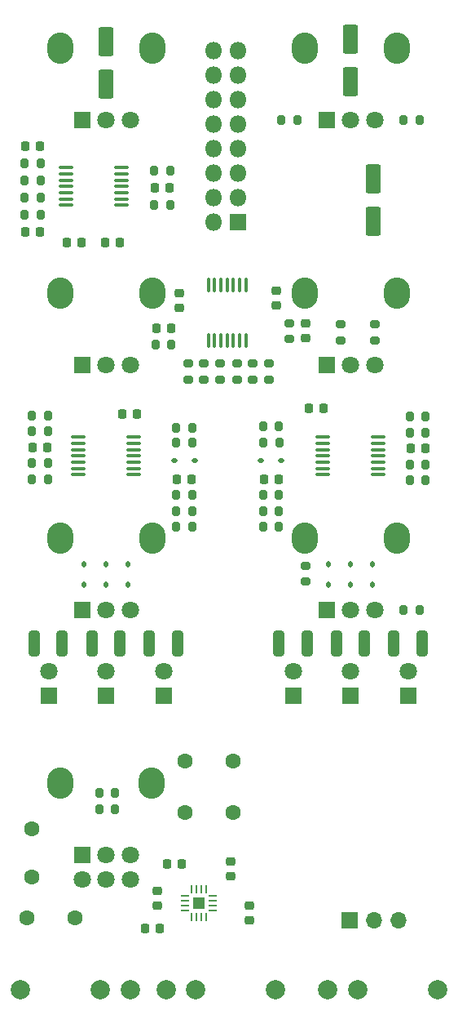
<source format=gbr>
%TF.GenerationSoftware,KiCad,Pcbnew,7.0.1*%
%TF.CreationDate,2024-09-15T16:09:11-04:00*%
%TF.ProjectId,output module,6f757470-7574-4206-9d6f-64756c652e6b,A*%
%TF.SameCoordinates,Original*%
%TF.FileFunction,Soldermask,Bot*%
%TF.FilePolarity,Negative*%
%FSLAX46Y46*%
G04 Gerber Fmt 4.6, Leading zero omitted, Abs format (unit mm)*
G04 Created by KiCad (PCBNEW 7.0.1) date 2024-09-15 16:09:11*
%MOMM*%
%LPD*%
G01*
G04 APERTURE LIST*
G04 Aperture macros list*
%AMRoundRect*
0 Rectangle with rounded corners*
0 $1 Rounding radius*
0 $2 $3 $4 $5 $6 $7 $8 $9 X,Y pos of 4 corners*
0 Add a 4 corners polygon primitive as box body*
4,1,4,$2,$3,$4,$5,$6,$7,$8,$9,$2,$3,0*
0 Add four circle primitives for the rounded corners*
1,1,$1+$1,$2,$3*
1,1,$1+$1,$4,$5*
1,1,$1+$1,$6,$7*
1,1,$1+$1,$8,$9*
0 Add four rect primitives between the rounded corners*
20,1,$1+$1,$2,$3,$4,$5,0*
20,1,$1+$1,$4,$5,$6,$7,0*
20,1,$1+$1,$6,$7,$8,$9,0*
20,1,$1+$1,$8,$9,$2,$3,0*%
G04 Aperture macros list end*
%ADD10RoundRect,0.062500X-0.350000X-0.062500X0.350000X-0.062500X0.350000X0.062500X-0.350000X0.062500X0*%
%ADD11RoundRect,0.062500X-0.062500X-0.350000X0.062500X-0.350000X0.062500X0.350000X-0.062500X0.350000X0*%
%ADD12R,1.230000X1.230000*%
%ADD13C,2.000000*%
%ADD14RoundRect,0.225000X-0.250000X0.225000X-0.250000X-0.225000X0.250000X-0.225000X0.250000X0.225000X0*%
%ADD15O,2.720000X3.240000*%
%ADD16R,1.800000X1.800000*%
%ADD17C,1.800000*%
%ADD18RoundRect,0.200000X0.200000X0.275000X-0.200000X0.275000X-0.200000X-0.275000X0.200000X-0.275000X0*%
%ADD19R,1.700000X1.700000*%
%ADD20O,1.700000X1.700000*%
%ADD21RoundRect,0.200000X-0.200000X-0.275000X0.200000X-0.275000X0.200000X0.275000X-0.200000X0.275000X0*%
%ADD22RoundRect,0.200000X0.275000X-0.200000X0.275000X0.200000X-0.275000X0.200000X-0.275000X-0.200000X0*%
%ADD23RoundRect,0.112500X0.112500X-0.187500X0.112500X0.187500X-0.112500X0.187500X-0.112500X-0.187500X0*%
%ADD24O,1.800000X1.800000*%
%ADD25RoundRect,0.100000X0.100000X-0.637500X0.100000X0.637500X-0.100000X0.637500X-0.100000X-0.637500X0*%
%ADD26RoundRect,0.250000X0.312500X1.075000X-0.312500X1.075000X-0.312500X-1.075000X0.312500X-1.075000X0*%
%ADD27RoundRect,0.200000X-0.275000X0.200000X-0.275000X-0.200000X0.275000X-0.200000X0.275000X0.200000X0*%
%ADD28RoundRect,0.225000X0.225000X0.250000X-0.225000X0.250000X-0.225000X-0.250000X0.225000X-0.250000X0*%
%ADD29RoundRect,0.250000X-0.550000X1.250000X-0.550000X-1.250000X0.550000X-1.250000X0.550000X1.250000X0*%
%ADD30RoundRect,0.225000X0.250000X-0.225000X0.250000X0.225000X-0.250000X0.225000X-0.250000X-0.225000X0*%
%ADD31C,1.600000*%
%ADD32RoundRect,0.225000X-0.225000X-0.250000X0.225000X-0.250000X0.225000X0.250000X-0.225000X0.250000X0*%
%ADD33RoundRect,0.100000X-0.637500X-0.100000X0.637500X-0.100000X0.637500X0.100000X-0.637500X0.100000X0*%
%ADD34RoundRect,0.250000X0.550000X-1.250000X0.550000X1.250000X-0.550000X1.250000X-0.550000X-1.250000X0*%
%ADD35RoundRect,0.100000X0.637500X0.100000X-0.637500X0.100000X-0.637500X-0.100000X0.637500X-0.100000X0*%
%ADD36RoundRect,0.112500X0.187500X0.112500X-0.187500X0.112500X-0.187500X-0.112500X0.187500X-0.112500X0*%
G04 APERTURE END LIST*
D10*
%TO.C,U2*%
X92288500Y-146927000D03*
X92288500Y-146427000D03*
X92288500Y-145927000D03*
X92288500Y-145427000D03*
D11*
X92976000Y-144739500D03*
X93476000Y-144739500D03*
X93976000Y-144739500D03*
X94476000Y-144739500D03*
D10*
X95163500Y-145427000D03*
X95163500Y-145927000D03*
X95163500Y-146427000D03*
X95163500Y-146927000D03*
D11*
X94476000Y-147614500D03*
X93976000Y-147614500D03*
X93476000Y-147614500D03*
X92976000Y-147614500D03*
D12*
X93726000Y-146177000D03*
%TD*%
D13*
%TO.C,J3*%
X110191000Y-155194000D03*
X118491000Y-155194000D03*
X107091000Y-155194000D03*
%TD*%
%TO.C,J1*%
X83484000Y-155194000D03*
X75184000Y-155194000D03*
X86584000Y-155194000D03*
%TD*%
%TO.C,J2*%
X93394000Y-155194000D03*
X101694000Y-155194000D03*
X90294000Y-155194000D03*
%TD*%
D14*
%TO.C,C11*%
X98933000Y-146418000D03*
X98933000Y-147968000D03*
%TD*%
D15*
%TO.C,RV2*%
X79274000Y-82924000D03*
X88874000Y-82924000D03*
D16*
X81574000Y-90424000D03*
D17*
X84074000Y-90424000D03*
X86574000Y-90424000D03*
%TD*%
D15*
%TO.C,RV6*%
X104674000Y-82924000D03*
X114274000Y-82924000D03*
D16*
X106974000Y-90424000D03*
D17*
X109474000Y-90424000D03*
X111974000Y-90424000D03*
%TD*%
D16*
%TO.C,D14*%
X78105000Y-124714000D03*
D17*
X78105000Y-122174000D03*
%TD*%
D15*
%TO.C,RV1*%
X79274000Y-57524000D03*
X88874000Y-57524000D03*
D16*
X81574000Y-65024000D03*
D17*
X84074000Y-65024000D03*
X86574000Y-65024000D03*
%TD*%
D16*
%TO.C,D13*%
X84074000Y-124714000D03*
D17*
X84074000Y-122174000D03*
%TD*%
D15*
%TO.C,RV5*%
X104674000Y-57524000D03*
X114274000Y-57524000D03*
D16*
X106974000Y-65024000D03*
D17*
X109474000Y-65024000D03*
X111974000Y-65024000D03*
%TD*%
D15*
%TO.C,RV7*%
X104674000Y-108324000D03*
X114274000Y-108324000D03*
D16*
X106974000Y-115824000D03*
D17*
X109474000Y-115824000D03*
X111974000Y-115824000D03*
%TD*%
D15*
%TO.C,RV3*%
X79274000Y-108324000D03*
X88874000Y-108324000D03*
D16*
X81574000Y-115824000D03*
D17*
X84074000Y-115824000D03*
X86574000Y-115824000D03*
%TD*%
D15*
%TO.C,RV4*%
X79324000Y-133724000D03*
X88824000Y-133724000D03*
D16*
X81574000Y-141224000D03*
D17*
X84074000Y-141224000D03*
X86574000Y-141224000D03*
X81574000Y-143724000D03*
X84074000Y-143724000D03*
X86574000Y-143724000D03*
%TD*%
D16*
%TO.C,D5*%
X103505000Y-124714000D03*
D17*
X103505000Y-122174000D03*
%TD*%
D16*
%TO.C,D12*%
X90043000Y-124714000D03*
D17*
X90043000Y-122174000D03*
%TD*%
D16*
%TO.C,D7*%
X115443000Y-124714000D03*
D17*
X115443000Y-122174000D03*
%TD*%
D16*
%TO.C,D6*%
X109474000Y-124714000D03*
D17*
X109474000Y-122174000D03*
%TD*%
D18*
%TO.C,R27*%
X102044000Y-107188000D03*
X100394000Y-107188000D03*
%TD*%
D19*
%TO.C,J4*%
X109362000Y-147955000D03*
D20*
X111902000Y-147955000D03*
X114442000Y-147955000D03*
%TD*%
D21*
%TO.C,R26*%
X100419400Y-98425000D03*
X102069400Y-98425000D03*
%TD*%
D22*
%TO.C,R16*%
X94234000Y-91896000D03*
X94234000Y-90246000D03*
%TD*%
%TO.C,R19*%
X100965000Y-91884000D03*
X100965000Y-90234000D03*
%TD*%
D18*
%TO.C,R39*%
X78041000Y-100584000D03*
X76391000Y-100584000D03*
%TD*%
D23*
%TO.C,D4*%
X107188000Y-113191000D03*
X107188000Y-111091000D03*
%TD*%
D16*
%TO.C,J6*%
X97790000Y-75565000D03*
D24*
X95250000Y-75565000D03*
X97790000Y-73025000D03*
X95250000Y-73025000D03*
X97790000Y-70485000D03*
X95250000Y-70485000D03*
X97790000Y-67945000D03*
X95250000Y-67945000D03*
X97790000Y-65405000D03*
X95250000Y-65405000D03*
X97790000Y-62865000D03*
X95250000Y-62865000D03*
X97790000Y-60325000D03*
X95252858Y-60325000D03*
X97790000Y-57785000D03*
X95250000Y-57785000D03*
%TD*%
D21*
%TO.C,R46*%
X91377000Y-103886000D03*
X93027000Y-103886000D03*
%TD*%
D25*
%TO.C,U5*%
X98597000Y-87825500D03*
X97947000Y-87825500D03*
X97297000Y-87825500D03*
X96647000Y-87825500D03*
X95997000Y-87825500D03*
X95347000Y-87825500D03*
X94697000Y-87825500D03*
X94697000Y-82100500D03*
X95347000Y-82100500D03*
X95997000Y-82100500D03*
X96647000Y-82100500D03*
X97297000Y-82100500D03*
X97947000Y-82100500D03*
X98597000Y-82100500D03*
%TD*%
D26*
%TO.C,R33*%
X116905500Y-119253000D03*
X113980500Y-119253000D03*
%TD*%
D27*
%TO.C,R11*%
X108458000Y-86170000D03*
X108458000Y-87820000D03*
%TD*%
D28*
%TO.C,C2*%
X90691000Y-72009000D03*
X89141000Y-72009000D03*
%TD*%
D26*
%TO.C,R31*%
X104967500Y-119253000D03*
X102042500Y-119253000D03*
%TD*%
D29*
%TO.C,C23*%
X111810800Y-71129800D03*
X111810800Y-75529800D03*
%TD*%
D18*
%TO.C,R14*%
X116649000Y-115824000D03*
X114999000Y-115824000D03*
%TD*%
D23*
%TO.C,D9*%
X84074000Y-113191000D03*
X84074000Y-111091000D03*
%TD*%
D18*
%TO.C,R8*%
X85026000Y-136495000D03*
X83376000Y-136495000D03*
%TD*%
D22*
%TO.C,R22*%
X103124000Y-87693000D03*
X103124000Y-86043000D03*
%TD*%
D18*
%TO.C,R7*%
X85026000Y-134747000D03*
X83376000Y-134747000D03*
%TD*%
%TO.C,R35*%
X78041000Y-102235000D03*
X76391000Y-102235000D03*
%TD*%
%TO.C,R40*%
X78041000Y-95631000D03*
X76391000Y-95631000D03*
%TD*%
D30*
%TO.C,C14*%
X104775000Y-87643000D03*
X104775000Y-86093000D03*
%TD*%
D22*
%TO.C,R20*%
X99314000Y-91884000D03*
X99314000Y-90234000D03*
%TD*%
D30*
%TO.C,C10*%
X97028000Y-143396000D03*
X97028000Y-141846000D03*
%TD*%
D18*
%TO.C,R23*%
X102044000Y-105537000D03*
X100394000Y-105537000D03*
%TD*%
D28*
%TO.C,C13*%
X90818000Y-86614000D03*
X89268000Y-86614000D03*
%TD*%
D18*
%TO.C,R2*%
X90741000Y-70231000D03*
X89091000Y-70231000D03*
%TD*%
D31*
%TO.C,C6*%
X92242000Y-131445000D03*
X97242000Y-131445000D03*
%TD*%
%TO.C,C7*%
X92242000Y-136779000D03*
X97242000Y-136779000D03*
%TD*%
D32*
%TO.C,C24*%
X115684000Y-99060000D03*
X117234000Y-99060000D03*
%TD*%
D23*
%TO.C,D11*%
X86360000Y-113191000D03*
X86360000Y-111091000D03*
%TD*%
D26*
%TO.C,R43*%
X91505500Y-119253000D03*
X88580500Y-119253000D03*
%TD*%
D22*
%TO.C,R18*%
X97663000Y-91884000D03*
X97663000Y-90234000D03*
%TD*%
D21*
%TO.C,R28*%
X115634000Y-97409000D03*
X117284000Y-97409000D03*
%TD*%
D27*
%TO.C,R13*%
X104775000Y-111189000D03*
X104775000Y-112839000D03*
%TD*%
D22*
%TO.C,R17*%
X92583000Y-91884000D03*
X92583000Y-90234000D03*
%TD*%
D18*
%TO.C,R10*%
X116649000Y-65024000D03*
X114999000Y-65024000D03*
%TD*%
D31*
%TO.C,C5*%
X76327000Y-138470000D03*
X76327000Y-143470000D03*
%TD*%
D33*
%TO.C,U1*%
X79941500Y-73832000D03*
X79941500Y-73182000D03*
X79941500Y-72532000D03*
X79941500Y-71882000D03*
X79941500Y-71232000D03*
X79941500Y-70582000D03*
X79941500Y-69932000D03*
X85666500Y-69932000D03*
X85666500Y-70582000D03*
X85666500Y-71232000D03*
X85666500Y-71882000D03*
X85666500Y-72532000D03*
X85666500Y-73182000D03*
X85666500Y-73832000D03*
%TD*%
D23*
%TO.C,D2*%
X109474000Y-113191000D03*
X109474000Y-111091000D03*
%TD*%
D18*
%TO.C,R41*%
X93027000Y-107188000D03*
X91377000Y-107188000D03*
%TD*%
D21*
%TO.C,R25*%
X115634000Y-100711000D03*
X117284000Y-100711000D03*
%TD*%
D34*
%TO.C,C21*%
X109474000Y-61001000D03*
X109474000Y-56601000D03*
%TD*%
D32*
%TO.C,C25*%
X105143000Y-94869000D03*
X106693000Y-94869000D03*
%TD*%
D18*
%TO.C,R38*%
X93027000Y-98425000D03*
X91377000Y-98425000D03*
%TD*%
D28*
%TO.C,C9*%
X90411000Y-142113000D03*
X91961000Y-142113000D03*
%TD*%
D23*
%TO.C,D3*%
X111760000Y-113191000D03*
X111760000Y-111091000D03*
%TD*%
D35*
%TO.C,U4*%
X112336500Y-97872000D03*
X112336500Y-98522000D03*
X112336500Y-99172000D03*
X112336500Y-99822000D03*
X112336500Y-100472000D03*
X112336500Y-101122000D03*
X112336500Y-101772000D03*
X106611500Y-101772000D03*
X106611500Y-101122000D03*
X106611500Y-100472000D03*
X106611500Y-99822000D03*
X106611500Y-99172000D03*
X106611500Y-98522000D03*
X106611500Y-97872000D03*
%TD*%
D21*
%TO.C,R30*%
X100394000Y-96748600D03*
X102044000Y-96748600D03*
%TD*%
D26*
%TO.C,R44*%
X85536500Y-119253000D03*
X82611500Y-119253000D03*
%TD*%
D34*
%TO.C,C22*%
X84074000Y-61255000D03*
X84074000Y-56855000D03*
%TD*%
D28*
%TO.C,C18*%
X85484000Y-77724000D03*
X83934000Y-77724000D03*
%TD*%
D27*
%TO.C,R12*%
X112014000Y-86170000D03*
X112014000Y-87820000D03*
%TD*%
D18*
%TO.C,R5*%
X90741000Y-73787000D03*
X89091000Y-73787000D03*
%TD*%
D36*
%TO.C,D8*%
X93252000Y-100330000D03*
X91152000Y-100330000D03*
%TD*%
D28*
%TO.C,C1*%
X77229000Y-76581000D03*
X75679000Y-76581000D03*
%TD*%
D21*
%TO.C,R37*%
X91377000Y-105537000D03*
X93027000Y-105537000D03*
%TD*%
D30*
%TO.C,C19*%
X91694000Y-84468000D03*
X91694000Y-82918000D03*
%TD*%
D35*
%TO.C,U3*%
X86936500Y-97872000D03*
X86936500Y-98522000D03*
X86936500Y-99172000D03*
X86936500Y-99822000D03*
X86936500Y-100472000D03*
X86936500Y-101122000D03*
X86936500Y-101772000D03*
X81211500Y-101772000D03*
X81211500Y-101122000D03*
X81211500Y-100472000D03*
X81211500Y-99822000D03*
X81211500Y-99172000D03*
X81211500Y-98522000D03*
X81211500Y-97872000D03*
%TD*%
D23*
%TO.C,D10*%
X81788000Y-113191000D03*
X81788000Y-111091000D03*
%TD*%
D18*
%TO.C,R42*%
X93027000Y-96901000D03*
X91377000Y-96901000D03*
%TD*%
D28*
%TO.C,C12*%
X89675000Y-148844000D03*
X88125000Y-148844000D03*
%TD*%
D31*
%TO.C,C4*%
X75859000Y-147701000D03*
X80859000Y-147701000D03*
%TD*%
D18*
%TO.C,R3*%
X77279000Y-71247000D03*
X75629000Y-71247000D03*
%TD*%
D32*
%TO.C,C27*%
X76441000Y-98933000D03*
X77991000Y-98933000D03*
%TD*%
D36*
%TO.C,D1*%
X102269000Y-100330000D03*
X100169000Y-100330000D03*
%TD*%
D14*
%TO.C,C20*%
X101727000Y-82664000D03*
X101727000Y-84214000D03*
%TD*%
D28*
%TO.C,C17*%
X81547000Y-77724000D03*
X79997000Y-77724000D03*
%TD*%
D14*
%TO.C,C8*%
X89408000Y-144894000D03*
X89408000Y-146444000D03*
%TD*%
D26*
%TO.C,R45*%
X79506000Y-119253000D03*
X76581000Y-119253000D03*
%TD*%
D28*
%TO.C,C16*%
X92977000Y-102235000D03*
X91427000Y-102235000D03*
%TD*%
D21*
%TO.C,R9*%
X102299000Y-65024000D03*
X103949000Y-65024000D03*
%TD*%
D18*
%TO.C,R6*%
X77279000Y-69469000D03*
X75629000Y-69469000D03*
%TD*%
D21*
%TO.C,R24*%
X115634000Y-95758000D03*
X117284000Y-95758000D03*
%TD*%
%TO.C,R34*%
X100394000Y-103886000D03*
X102044000Y-103886000D03*
%TD*%
D18*
%TO.C,R1*%
X77279000Y-73025000D03*
X75629000Y-73025000D03*
%TD*%
%TO.C,R4*%
X77279000Y-74803000D03*
X75629000Y-74803000D03*
%TD*%
D28*
%TO.C,C15*%
X101994000Y-102235000D03*
X100444000Y-102235000D03*
%TD*%
D26*
%TO.C,R32*%
X110936500Y-119253000D03*
X108011500Y-119253000D03*
%TD*%
D32*
%TO.C,C26*%
X85712000Y-95504000D03*
X87262000Y-95504000D03*
%TD*%
D28*
%TO.C,C3*%
X77229000Y-67691000D03*
X75679000Y-67691000D03*
%TD*%
D18*
%TO.C,R36*%
X78041000Y-97282000D03*
X76391000Y-97282000D03*
%TD*%
D21*
%TO.C,R29*%
X115634000Y-102362000D03*
X117284000Y-102362000D03*
%TD*%
D22*
%TO.C,R15*%
X95885000Y-91896000D03*
X95885000Y-90246000D03*
%TD*%
D18*
%TO.C,R21*%
X90868000Y-88265000D03*
X89218000Y-88265000D03*
%TD*%
M02*

</source>
